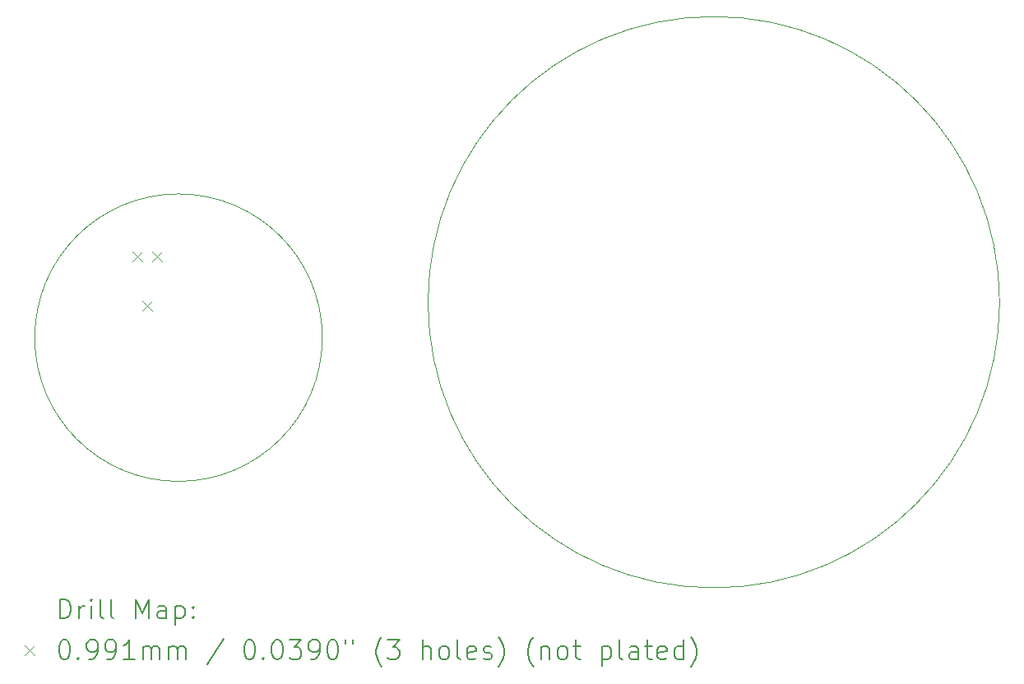
<source format=gbr>
%TF.GenerationSoftware,KiCad,Pcbnew,8.0.6*%
%TF.CreationDate,2025-05-06T14:55:28+02:00*%
%TF.ProjectId,Panelized,50616e65-6c69-47a6-9564-2e6b69636164,rev?*%
%TF.SameCoordinates,Original*%
%TF.FileFunction,Drillmap*%
%TF.FilePolarity,Positive*%
%FSLAX45Y45*%
G04 Gerber Fmt 4.5, Leading zero omitted, Abs format (unit mm)*
G04 Created by KiCad (PCBNEW 8.0.6) date 2025-05-06 14:55:28*
%MOMM*%
%LPD*%
G01*
G04 APERTURE LIST*
%ADD10C,0.050000*%
%ADD11C,0.100000*%
%ADD12C,0.200000*%
G04 APERTURE END LIST*
D10*
X11545750Y-10027250D02*
G75*
G02*
X8585750Y-10027250I-1480000J0D01*
G01*
X8585750Y-10027250D02*
G75*
G02*
X11545750Y-10027250I1480000J0D01*
G01*
D11*
X18517674Y-9662171D02*
G75*
G02*
X12634435Y-9662171I-2941619J0D01*
G01*
X12634435Y-9662171D02*
G75*
G02*
X18517674Y-9662171I2941619J0D01*
G01*
D12*
D11*
X9591370Y-9143970D02*
X9690430Y-9243030D01*
X9690430Y-9143970D02*
X9591370Y-9243030D01*
X9692970Y-9651970D02*
X9792030Y-9751030D01*
X9792030Y-9651970D02*
X9692970Y-9751030D01*
X9794570Y-9143970D02*
X9893630Y-9243030D01*
X9893630Y-9143970D02*
X9794570Y-9243030D01*
D12*
X8844027Y-12920274D02*
X8844027Y-12720274D01*
X8844027Y-12720274D02*
X8891646Y-12720274D01*
X8891646Y-12720274D02*
X8920218Y-12729798D01*
X8920218Y-12729798D02*
X8939265Y-12748845D01*
X8939265Y-12748845D02*
X8948789Y-12767893D01*
X8948789Y-12767893D02*
X8958313Y-12805988D01*
X8958313Y-12805988D02*
X8958313Y-12834559D01*
X8958313Y-12834559D02*
X8948789Y-12872655D01*
X8948789Y-12872655D02*
X8939265Y-12891702D01*
X8939265Y-12891702D02*
X8920218Y-12910750D01*
X8920218Y-12910750D02*
X8891646Y-12920274D01*
X8891646Y-12920274D02*
X8844027Y-12920274D01*
X9044027Y-12920274D02*
X9044027Y-12786940D01*
X9044027Y-12825036D02*
X9053551Y-12805988D01*
X9053551Y-12805988D02*
X9063075Y-12796464D01*
X9063075Y-12796464D02*
X9082122Y-12786940D01*
X9082122Y-12786940D02*
X9101170Y-12786940D01*
X9167837Y-12920274D02*
X9167837Y-12786940D01*
X9167837Y-12720274D02*
X9158313Y-12729798D01*
X9158313Y-12729798D02*
X9167837Y-12739321D01*
X9167837Y-12739321D02*
X9177360Y-12729798D01*
X9177360Y-12729798D02*
X9167837Y-12720274D01*
X9167837Y-12720274D02*
X9167837Y-12739321D01*
X9291646Y-12920274D02*
X9272598Y-12910750D01*
X9272598Y-12910750D02*
X9263075Y-12891702D01*
X9263075Y-12891702D02*
X9263075Y-12720274D01*
X9396408Y-12920274D02*
X9377360Y-12910750D01*
X9377360Y-12910750D02*
X9367837Y-12891702D01*
X9367837Y-12891702D02*
X9367837Y-12720274D01*
X9624979Y-12920274D02*
X9624979Y-12720274D01*
X9624979Y-12720274D02*
X9691646Y-12863131D01*
X9691646Y-12863131D02*
X9758313Y-12720274D01*
X9758313Y-12720274D02*
X9758313Y-12920274D01*
X9939265Y-12920274D02*
X9939265Y-12815512D01*
X9939265Y-12815512D02*
X9929741Y-12796464D01*
X9929741Y-12796464D02*
X9910694Y-12786940D01*
X9910694Y-12786940D02*
X9872598Y-12786940D01*
X9872598Y-12786940D02*
X9853551Y-12796464D01*
X9939265Y-12910750D02*
X9920218Y-12920274D01*
X9920218Y-12920274D02*
X9872598Y-12920274D01*
X9872598Y-12920274D02*
X9853551Y-12910750D01*
X9853551Y-12910750D02*
X9844027Y-12891702D01*
X9844027Y-12891702D02*
X9844027Y-12872655D01*
X9844027Y-12872655D02*
X9853551Y-12853607D01*
X9853551Y-12853607D02*
X9872598Y-12844083D01*
X9872598Y-12844083D02*
X9920218Y-12844083D01*
X9920218Y-12844083D02*
X9939265Y-12834559D01*
X10034503Y-12786940D02*
X10034503Y-12986940D01*
X10034503Y-12796464D02*
X10053551Y-12786940D01*
X10053551Y-12786940D02*
X10091646Y-12786940D01*
X10091646Y-12786940D02*
X10110694Y-12796464D01*
X10110694Y-12796464D02*
X10120218Y-12805988D01*
X10120218Y-12805988D02*
X10129741Y-12825036D01*
X10129741Y-12825036D02*
X10129741Y-12882178D01*
X10129741Y-12882178D02*
X10120218Y-12901226D01*
X10120218Y-12901226D02*
X10110694Y-12910750D01*
X10110694Y-12910750D02*
X10091646Y-12920274D01*
X10091646Y-12920274D02*
X10053551Y-12920274D01*
X10053551Y-12920274D02*
X10034503Y-12910750D01*
X10215456Y-12901226D02*
X10224979Y-12910750D01*
X10224979Y-12910750D02*
X10215456Y-12920274D01*
X10215456Y-12920274D02*
X10205932Y-12910750D01*
X10205932Y-12910750D02*
X10215456Y-12901226D01*
X10215456Y-12901226D02*
X10215456Y-12920274D01*
X10215456Y-12796464D02*
X10224979Y-12805988D01*
X10224979Y-12805988D02*
X10215456Y-12815512D01*
X10215456Y-12815512D02*
X10205932Y-12805988D01*
X10205932Y-12805988D02*
X10215456Y-12796464D01*
X10215456Y-12796464D02*
X10215456Y-12815512D01*
D11*
X8484190Y-13199260D02*
X8583250Y-13298320D01*
X8583250Y-13199260D02*
X8484190Y-13298320D01*
D12*
X8882122Y-13140274D02*
X8901170Y-13140274D01*
X8901170Y-13140274D02*
X8920218Y-13149798D01*
X8920218Y-13149798D02*
X8929741Y-13159321D01*
X8929741Y-13159321D02*
X8939265Y-13178369D01*
X8939265Y-13178369D02*
X8948789Y-13216464D01*
X8948789Y-13216464D02*
X8948789Y-13264083D01*
X8948789Y-13264083D02*
X8939265Y-13302178D01*
X8939265Y-13302178D02*
X8929741Y-13321226D01*
X8929741Y-13321226D02*
X8920218Y-13330750D01*
X8920218Y-13330750D02*
X8901170Y-13340274D01*
X8901170Y-13340274D02*
X8882122Y-13340274D01*
X8882122Y-13340274D02*
X8863075Y-13330750D01*
X8863075Y-13330750D02*
X8853551Y-13321226D01*
X8853551Y-13321226D02*
X8844027Y-13302178D01*
X8844027Y-13302178D02*
X8834503Y-13264083D01*
X8834503Y-13264083D02*
X8834503Y-13216464D01*
X8834503Y-13216464D02*
X8844027Y-13178369D01*
X8844027Y-13178369D02*
X8853551Y-13159321D01*
X8853551Y-13159321D02*
X8863075Y-13149798D01*
X8863075Y-13149798D02*
X8882122Y-13140274D01*
X9034503Y-13321226D02*
X9044027Y-13330750D01*
X9044027Y-13330750D02*
X9034503Y-13340274D01*
X9034503Y-13340274D02*
X9024979Y-13330750D01*
X9024979Y-13330750D02*
X9034503Y-13321226D01*
X9034503Y-13321226D02*
X9034503Y-13340274D01*
X9139265Y-13340274D02*
X9177360Y-13340274D01*
X9177360Y-13340274D02*
X9196408Y-13330750D01*
X9196408Y-13330750D02*
X9205932Y-13321226D01*
X9205932Y-13321226D02*
X9224979Y-13292655D01*
X9224979Y-13292655D02*
X9234503Y-13254559D01*
X9234503Y-13254559D02*
X9234503Y-13178369D01*
X9234503Y-13178369D02*
X9224979Y-13159321D01*
X9224979Y-13159321D02*
X9215456Y-13149798D01*
X9215456Y-13149798D02*
X9196408Y-13140274D01*
X9196408Y-13140274D02*
X9158313Y-13140274D01*
X9158313Y-13140274D02*
X9139265Y-13149798D01*
X9139265Y-13149798D02*
X9129741Y-13159321D01*
X9129741Y-13159321D02*
X9120218Y-13178369D01*
X9120218Y-13178369D02*
X9120218Y-13225988D01*
X9120218Y-13225988D02*
X9129741Y-13245036D01*
X9129741Y-13245036D02*
X9139265Y-13254559D01*
X9139265Y-13254559D02*
X9158313Y-13264083D01*
X9158313Y-13264083D02*
X9196408Y-13264083D01*
X9196408Y-13264083D02*
X9215456Y-13254559D01*
X9215456Y-13254559D02*
X9224979Y-13245036D01*
X9224979Y-13245036D02*
X9234503Y-13225988D01*
X9329741Y-13340274D02*
X9367837Y-13340274D01*
X9367837Y-13340274D02*
X9386884Y-13330750D01*
X9386884Y-13330750D02*
X9396408Y-13321226D01*
X9396408Y-13321226D02*
X9415456Y-13292655D01*
X9415456Y-13292655D02*
X9424979Y-13254559D01*
X9424979Y-13254559D02*
X9424979Y-13178369D01*
X9424979Y-13178369D02*
X9415456Y-13159321D01*
X9415456Y-13159321D02*
X9405932Y-13149798D01*
X9405932Y-13149798D02*
X9386884Y-13140274D01*
X9386884Y-13140274D02*
X9348789Y-13140274D01*
X9348789Y-13140274D02*
X9329741Y-13149798D01*
X9329741Y-13149798D02*
X9320218Y-13159321D01*
X9320218Y-13159321D02*
X9310694Y-13178369D01*
X9310694Y-13178369D02*
X9310694Y-13225988D01*
X9310694Y-13225988D02*
X9320218Y-13245036D01*
X9320218Y-13245036D02*
X9329741Y-13254559D01*
X9329741Y-13254559D02*
X9348789Y-13264083D01*
X9348789Y-13264083D02*
X9386884Y-13264083D01*
X9386884Y-13264083D02*
X9405932Y-13254559D01*
X9405932Y-13254559D02*
X9415456Y-13245036D01*
X9415456Y-13245036D02*
X9424979Y-13225988D01*
X9615456Y-13340274D02*
X9501170Y-13340274D01*
X9558313Y-13340274D02*
X9558313Y-13140274D01*
X9558313Y-13140274D02*
X9539265Y-13168845D01*
X9539265Y-13168845D02*
X9520218Y-13187893D01*
X9520218Y-13187893D02*
X9501170Y-13197417D01*
X9701170Y-13340274D02*
X9701170Y-13206940D01*
X9701170Y-13225988D02*
X9710694Y-13216464D01*
X9710694Y-13216464D02*
X9729741Y-13206940D01*
X9729741Y-13206940D02*
X9758313Y-13206940D01*
X9758313Y-13206940D02*
X9777360Y-13216464D01*
X9777360Y-13216464D02*
X9786884Y-13235512D01*
X9786884Y-13235512D02*
X9786884Y-13340274D01*
X9786884Y-13235512D02*
X9796408Y-13216464D01*
X9796408Y-13216464D02*
X9815456Y-13206940D01*
X9815456Y-13206940D02*
X9844027Y-13206940D01*
X9844027Y-13206940D02*
X9863075Y-13216464D01*
X9863075Y-13216464D02*
X9872599Y-13235512D01*
X9872599Y-13235512D02*
X9872599Y-13340274D01*
X9967837Y-13340274D02*
X9967837Y-13206940D01*
X9967837Y-13225988D02*
X9977360Y-13216464D01*
X9977360Y-13216464D02*
X9996408Y-13206940D01*
X9996408Y-13206940D02*
X10024980Y-13206940D01*
X10024980Y-13206940D02*
X10044027Y-13216464D01*
X10044027Y-13216464D02*
X10053551Y-13235512D01*
X10053551Y-13235512D02*
X10053551Y-13340274D01*
X10053551Y-13235512D02*
X10063075Y-13216464D01*
X10063075Y-13216464D02*
X10082122Y-13206940D01*
X10082122Y-13206940D02*
X10110694Y-13206940D01*
X10110694Y-13206940D02*
X10129741Y-13216464D01*
X10129741Y-13216464D02*
X10139265Y-13235512D01*
X10139265Y-13235512D02*
X10139265Y-13340274D01*
X10529741Y-13130750D02*
X10358313Y-13387893D01*
X10786884Y-13140274D02*
X10805932Y-13140274D01*
X10805932Y-13140274D02*
X10824980Y-13149798D01*
X10824980Y-13149798D02*
X10834503Y-13159321D01*
X10834503Y-13159321D02*
X10844027Y-13178369D01*
X10844027Y-13178369D02*
X10853551Y-13216464D01*
X10853551Y-13216464D02*
X10853551Y-13264083D01*
X10853551Y-13264083D02*
X10844027Y-13302178D01*
X10844027Y-13302178D02*
X10834503Y-13321226D01*
X10834503Y-13321226D02*
X10824980Y-13330750D01*
X10824980Y-13330750D02*
X10805932Y-13340274D01*
X10805932Y-13340274D02*
X10786884Y-13340274D01*
X10786884Y-13340274D02*
X10767837Y-13330750D01*
X10767837Y-13330750D02*
X10758313Y-13321226D01*
X10758313Y-13321226D02*
X10748789Y-13302178D01*
X10748789Y-13302178D02*
X10739265Y-13264083D01*
X10739265Y-13264083D02*
X10739265Y-13216464D01*
X10739265Y-13216464D02*
X10748789Y-13178369D01*
X10748789Y-13178369D02*
X10758313Y-13159321D01*
X10758313Y-13159321D02*
X10767837Y-13149798D01*
X10767837Y-13149798D02*
X10786884Y-13140274D01*
X10939265Y-13321226D02*
X10948789Y-13330750D01*
X10948789Y-13330750D02*
X10939265Y-13340274D01*
X10939265Y-13340274D02*
X10929742Y-13330750D01*
X10929742Y-13330750D02*
X10939265Y-13321226D01*
X10939265Y-13321226D02*
X10939265Y-13340274D01*
X11072599Y-13140274D02*
X11091646Y-13140274D01*
X11091646Y-13140274D02*
X11110694Y-13149798D01*
X11110694Y-13149798D02*
X11120218Y-13159321D01*
X11120218Y-13159321D02*
X11129742Y-13178369D01*
X11129742Y-13178369D02*
X11139265Y-13216464D01*
X11139265Y-13216464D02*
X11139265Y-13264083D01*
X11139265Y-13264083D02*
X11129742Y-13302178D01*
X11129742Y-13302178D02*
X11120218Y-13321226D01*
X11120218Y-13321226D02*
X11110694Y-13330750D01*
X11110694Y-13330750D02*
X11091646Y-13340274D01*
X11091646Y-13340274D02*
X11072599Y-13340274D01*
X11072599Y-13340274D02*
X11053551Y-13330750D01*
X11053551Y-13330750D02*
X11044027Y-13321226D01*
X11044027Y-13321226D02*
X11034503Y-13302178D01*
X11034503Y-13302178D02*
X11024980Y-13264083D01*
X11024980Y-13264083D02*
X11024980Y-13216464D01*
X11024980Y-13216464D02*
X11034503Y-13178369D01*
X11034503Y-13178369D02*
X11044027Y-13159321D01*
X11044027Y-13159321D02*
X11053551Y-13149798D01*
X11053551Y-13149798D02*
X11072599Y-13140274D01*
X11205932Y-13140274D02*
X11329741Y-13140274D01*
X11329741Y-13140274D02*
X11263075Y-13216464D01*
X11263075Y-13216464D02*
X11291646Y-13216464D01*
X11291646Y-13216464D02*
X11310694Y-13225988D01*
X11310694Y-13225988D02*
X11320218Y-13235512D01*
X11320218Y-13235512D02*
X11329741Y-13254559D01*
X11329741Y-13254559D02*
X11329741Y-13302178D01*
X11329741Y-13302178D02*
X11320218Y-13321226D01*
X11320218Y-13321226D02*
X11310694Y-13330750D01*
X11310694Y-13330750D02*
X11291646Y-13340274D01*
X11291646Y-13340274D02*
X11234503Y-13340274D01*
X11234503Y-13340274D02*
X11215456Y-13330750D01*
X11215456Y-13330750D02*
X11205932Y-13321226D01*
X11424980Y-13340274D02*
X11463075Y-13340274D01*
X11463075Y-13340274D02*
X11482122Y-13330750D01*
X11482122Y-13330750D02*
X11491646Y-13321226D01*
X11491646Y-13321226D02*
X11510694Y-13292655D01*
X11510694Y-13292655D02*
X11520218Y-13254559D01*
X11520218Y-13254559D02*
X11520218Y-13178369D01*
X11520218Y-13178369D02*
X11510694Y-13159321D01*
X11510694Y-13159321D02*
X11501170Y-13149798D01*
X11501170Y-13149798D02*
X11482122Y-13140274D01*
X11482122Y-13140274D02*
X11444027Y-13140274D01*
X11444027Y-13140274D02*
X11424980Y-13149798D01*
X11424980Y-13149798D02*
X11415456Y-13159321D01*
X11415456Y-13159321D02*
X11405932Y-13178369D01*
X11405932Y-13178369D02*
X11405932Y-13225988D01*
X11405932Y-13225988D02*
X11415456Y-13245036D01*
X11415456Y-13245036D02*
X11424980Y-13254559D01*
X11424980Y-13254559D02*
X11444027Y-13264083D01*
X11444027Y-13264083D02*
X11482122Y-13264083D01*
X11482122Y-13264083D02*
X11501170Y-13254559D01*
X11501170Y-13254559D02*
X11510694Y-13245036D01*
X11510694Y-13245036D02*
X11520218Y-13225988D01*
X11644027Y-13140274D02*
X11663075Y-13140274D01*
X11663075Y-13140274D02*
X11682122Y-13149798D01*
X11682122Y-13149798D02*
X11691646Y-13159321D01*
X11691646Y-13159321D02*
X11701170Y-13178369D01*
X11701170Y-13178369D02*
X11710694Y-13216464D01*
X11710694Y-13216464D02*
X11710694Y-13264083D01*
X11710694Y-13264083D02*
X11701170Y-13302178D01*
X11701170Y-13302178D02*
X11691646Y-13321226D01*
X11691646Y-13321226D02*
X11682122Y-13330750D01*
X11682122Y-13330750D02*
X11663075Y-13340274D01*
X11663075Y-13340274D02*
X11644027Y-13340274D01*
X11644027Y-13340274D02*
X11624980Y-13330750D01*
X11624980Y-13330750D02*
X11615456Y-13321226D01*
X11615456Y-13321226D02*
X11605932Y-13302178D01*
X11605932Y-13302178D02*
X11596408Y-13264083D01*
X11596408Y-13264083D02*
X11596408Y-13216464D01*
X11596408Y-13216464D02*
X11605932Y-13178369D01*
X11605932Y-13178369D02*
X11615456Y-13159321D01*
X11615456Y-13159321D02*
X11624980Y-13149798D01*
X11624980Y-13149798D02*
X11644027Y-13140274D01*
X11786884Y-13140274D02*
X11786884Y-13178369D01*
X11863075Y-13140274D02*
X11863075Y-13178369D01*
X12158313Y-13416464D02*
X12148789Y-13406940D01*
X12148789Y-13406940D02*
X12129742Y-13378369D01*
X12129742Y-13378369D02*
X12120218Y-13359321D01*
X12120218Y-13359321D02*
X12110694Y-13330750D01*
X12110694Y-13330750D02*
X12101170Y-13283131D01*
X12101170Y-13283131D02*
X12101170Y-13245036D01*
X12101170Y-13245036D02*
X12110694Y-13197417D01*
X12110694Y-13197417D02*
X12120218Y-13168845D01*
X12120218Y-13168845D02*
X12129742Y-13149798D01*
X12129742Y-13149798D02*
X12148789Y-13121226D01*
X12148789Y-13121226D02*
X12158313Y-13111702D01*
X12215456Y-13140274D02*
X12339265Y-13140274D01*
X12339265Y-13140274D02*
X12272599Y-13216464D01*
X12272599Y-13216464D02*
X12301170Y-13216464D01*
X12301170Y-13216464D02*
X12320218Y-13225988D01*
X12320218Y-13225988D02*
X12329742Y-13235512D01*
X12329742Y-13235512D02*
X12339265Y-13254559D01*
X12339265Y-13254559D02*
X12339265Y-13302178D01*
X12339265Y-13302178D02*
X12329742Y-13321226D01*
X12329742Y-13321226D02*
X12320218Y-13330750D01*
X12320218Y-13330750D02*
X12301170Y-13340274D01*
X12301170Y-13340274D02*
X12244027Y-13340274D01*
X12244027Y-13340274D02*
X12224980Y-13330750D01*
X12224980Y-13330750D02*
X12215456Y-13321226D01*
X12577361Y-13340274D02*
X12577361Y-13140274D01*
X12663075Y-13340274D02*
X12663075Y-13235512D01*
X12663075Y-13235512D02*
X12653551Y-13216464D01*
X12653551Y-13216464D02*
X12634504Y-13206940D01*
X12634504Y-13206940D02*
X12605932Y-13206940D01*
X12605932Y-13206940D02*
X12586884Y-13216464D01*
X12586884Y-13216464D02*
X12577361Y-13225988D01*
X12786884Y-13340274D02*
X12767837Y-13330750D01*
X12767837Y-13330750D02*
X12758313Y-13321226D01*
X12758313Y-13321226D02*
X12748789Y-13302178D01*
X12748789Y-13302178D02*
X12748789Y-13245036D01*
X12748789Y-13245036D02*
X12758313Y-13225988D01*
X12758313Y-13225988D02*
X12767837Y-13216464D01*
X12767837Y-13216464D02*
X12786884Y-13206940D01*
X12786884Y-13206940D02*
X12815456Y-13206940D01*
X12815456Y-13206940D02*
X12834504Y-13216464D01*
X12834504Y-13216464D02*
X12844027Y-13225988D01*
X12844027Y-13225988D02*
X12853551Y-13245036D01*
X12853551Y-13245036D02*
X12853551Y-13302178D01*
X12853551Y-13302178D02*
X12844027Y-13321226D01*
X12844027Y-13321226D02*
X12834504Y-13330750D01*
X12834504Y-13330750D02*
X12815456Y-13340274D01*
X12815456Y-13340274D02*
X12786884Y-13340274D01*
X12967837Y-13340274D02*
X12948789Y-13330750D01*
X12948789Y-13330750D02*
X12939265Y-13311702D01*
X12939265Y-13311702D02*
X12939265Y-13140274D01*
X13120218Y-13330750D02*
X13101170Y-13340274D01*
X13101170Y-13340274D02*
X13063075Y-13340274D01*
X13063075Y-13340274D02*
X13044027Y-13330750D01*
X13044027Y-13330750D02*
X13034504Y-13311702D01*
X13034504Y-13311702D02*
X13034504Y-13235512D01*
X13034504Y-13235512D02*
X13044027Y-13216464D01*
X13044027Y-13216464D02*
X13063075Y-13206940D01*
X13063075Y-13206940D02*
X13101170Y-13206940D01*
X13101170Y-13206940D02*
X13120218Y-13216464D01*
X13120218Y-13216464D02*
X13129742Y-13235512D01*
X13129742Y-13235512D02*
X13129742Y-13254559D01*
X13129742Y-13254559D02*
X13034504Y-13273607D01*
X13205932Y-13330750D02*
X13224980Y-13340274D01*
X13224980Y-13340274D02*
X13263075Y-13340274D01*
X13263075Y-13340274D02*
X13282123Y-13330750D01*
X13282123Y-13330750D02*
X13291646Y-13311702D01*
X13291646Y-13311702D02*
X13291646Y-13302178D01*
X13291646Y-13302178D02*
X13282123Y-13283131D01*
X13282123Y-13283131D02*
X13263075Y-13273607D01*
X13263075Y-13273607D02*
X13234504Y-13273607D01*
X13234504Y-13273607D02*
X13215456Y-13264083D01*
X13215456Y-13264083D02*
X13205932Y-13245036D01*
X13205932Y-13245036D02*
X13205932Y-13235512D01*
X13205932Y-13235512D02*
X13215456Y-13216464D01*
X13215456Y-13216464D02*
X13234504Y-13206940D01*
X13234504Y-13206940D02*
X13263075Y-13206940D01*
X13263075Y-13206940D02*
X13282123Y-13216464D01*
X13358313Y-13416464D02*
X13367837Y-13406940D01*
X13367837Y-13406940D02*
X13386885Y-13378369D01*
X13386885Y-13378369D02*
X13396408Y-13359321D01*
X13396408Y-13359321D02*
X13405932Y-13330750D01*
X13405932Y-13330750D02*
X13415456Y-13283131D01*
X13415456Y-13283131D02*
X13415456Y-13245036D01*
X13415456Y-13245036D02*
X13405932Y-13197417D01*
X13405932Y-13197417D02*
X13396408Y-13168845D01*
X13396408Y-13168845D02*
X13386885Y-13149798D01*
X13386885Y-13149798D02*
X13367837Y-13121226D01*
X13367837Y-13121226D02*
X13358313Y-13111702D01*
X13720218Y-13416464D02*
X13710694Y-13406940D01*
X13710694Y-13406940D02*
X13691646Y-13378369D01*
X13691646Y-13378369D02*
X13682123Y-13359321D01*
X13682123Y-13359321D02*
X13672599Y-13330750D01*
X13672599Y-13330750D02*
X13663075Y-13283131D01*
X13663075Y-13283131D02*
X13663075Y-13245036D01*
X13663075Y-13245036D02*
X13672599Y-13197417D01*
X13672599Y-13197417D02*
X13682123Y-13168845D01*
X13682123Y-13168845D02*
X13691646Y-13149798D01*
X13691646Y-13149798D02*
X13710694Y-13121226D01*
X13710694Y-13121226D02*
X13720218Y-13111702D01*
X13796408Y-13206940D02*
X13796408Y-13340274D01*
X13796408Y-13225988D02*
X13805932Y-13216464D01*
X13805932Y-13216464D02*
X13824980Y-13206940D01*
X13824980Y-13206940D02*
X13853551Y-13206940D01*
X13853551Y-13206940D02*
X13872599Y-13216464D01*
X13872599Y-13216464D02*
X13882123Y-13235512D01*
X13882123Y-13235512D02*
X13882123Y-13340274D01*
X14005932Y-13340274D02*
X13986885Y-13330750D01*
X13986885Y-13330750D02*
X13977361Y-13321226D01*
X13977361Y-13321226D02*
X13967837Y-13302178D01*
X13967837Y-13302178D02*
X13967837Y-13245036D01*
X13967837Y-13245036D02*
X13977361Y-13225988D01*
X13977361Y-13225988D02*
X13986885Y-13216464D01*
X13986885Y-13216464D02*
X14005932Y-13206940D01*
X14005932Y-13206940D02*
X14034504Y-13206940D01*
X14034504Y-13206940D02*
X14053551Y-13216464D01*
X14053551Y-13216464D02*
X14063075Y-13225988D01*
X14063075Y-13225988D02*
X14072599Y-13245036D01*
X14072599Y-13245036D02*
X14072599Y-13302178D01*
X14072599Y-13302178D02*
X14063075Y-13321226D01*
X14063075Y-13321226D02*
X14053551Y-13330750D01*
X14053551Y-13330750D02*
X14034504Y-13340274D01*
X14034504Y-13340274D02*
X14005932Y-13340274D01*
X14129742Y-13206940D02*
X14205932Y-13206940D01*
X14158313Y-13140274D02*
X14158313Y-13311702D01*
X14158313Y-13311702D02*
X14167837Y-13330750D01*
X14167837Y-13330750D02*
X14186885Y-13340274D01*
X14186885Y-13340274D02*
X14205932Y-13340274D01*
X14424980Y-13206940D02*
X14424980Y-13406940D01*
X14424980Y-13216464D02*
X14444027Y-13206940D01*
X14444027Y-13206940D02*
X14482123Y-13206940D01*
X14482123Y-13206940D02*
X14501170Y-13216464D01*
X14501170Y-13216464D02*
X14510694Y-13225988D01*
X14510694Y-13225988D02*
X14520218Y-13245036D01*
X14520218Y-13245036D02*
X14520218Y-13302178D01*
X14520218Y-13302178D02*
X14510694Y-13321226D01*
X14510694Y-13321226D02*
X14501170Y-13330750D01*
X14501170Y-13330750D02*
X14482123Y-13340274D01*
X14482123Y-13340274D02*
X14444027Y-13340274D01*
X14444027Y-13340274D02*
X14424980Y-13330750D01*
X14634504Y-13340274D02*
X14615456Y-13330750D01*
X14615456Y-13330750D02*
X14605932Y-13311702D01*
X14605932Y-13311702D02*
X14605932Y-13140274D01*
X14796408Y-13340274D02*
X14796408Y-13235512D01*
X14796408Y-13235512D02*
X14786885Y-13216464D01*
X14786885Y-13216464D02*
X14767837Y-13206940D01*
X14767837Y-13206940D02*
X14729742Y-13206940D01*
X14729742Y-13206940D02*
X14710694Y-13216464D01*
X14796408Y-13330750D02*
X14777361Y-13340274D01*
X14777361Y-13340274D02*
X14729742Y-13340274D01*
X14729742Y-13340274D02*
X14710694Y-13330750D01*
X14710694Y-13330750D02*
X14701170Y-13311702D01*
X14701170Y-13311702D02*
X14701170Y-13292655D01*
X14701170Y-13292655D02*
X14710694Y-13273607D01*
X14710694Y-13273607D02*
X14729742Y-13264083D01*
X14729742Y-13264083D02*
X14777361Y-13264083D01*
X14777361Y-13264083D02*
X14796408Y-13254559D01*
X14863075Y-13206940D02*
X14939266Y-13206940D01*
X14891647Y-13140274D02*
X14891647Y-13311702D01*
X14891647Y-13311702D02*
X14901170Y-13330750D01*
X14901170Y-13330750D02*
X14920218Y-13340274D01*
X14920218Y-13340274D02*
X14939266Y-13340274D01*
X15082123Y-13330750D02*
X15063075Y-13340274D01*
X15063075Y-13340274D02*
X15024980Y-13340274D01*
X15024980Y-13340274D02*
X15005932Y-13330750D01*
X15005932Y-13330750D02*
X14996408Y-13311702D01*
X14996408Y-13311702D02*
X14996408Y-13235512D01*
X14996408Y-13235512D02*
X15005932Y-13216464D01*
X15005932Y-13216464D02*
X15024980Y-13206940D01*
X15024980Y-13206940D02*
X15063075Y-13206940D01*
X15063075Y-13206940D02*
X15082123Y-13216464D01*
X15082123Y-13216464D02*
X15091647Y-13235512D01*
X15091647Y-13235512D02*
X15091647Y-13254559D01*
X15091647Y-13254559D02*
X14996408Y-13273607D01*
X15263075Y-13340274D02*
X15263075Y-13140274D01*
X15263075Y-13330750D02*
X15244028Y-13340274D01*
X15244028Y-13340274D02*
X15205932Y-13340274D01*
X15205932Y-13340274D02*
X15186885Y-13330750D01*
X15186885Y-13330750D02*
X15177361Y-13321226D01*
X15177361Y-13321226D02*
X15167837Y-13302178D01*
X15167837Y-13302178D02*
X15167837Y-13245036D01*
X15167837Y-13245036D02*
X15177361Y-13225988D01*
X15177361Y-13225988D02*
X15186885Y-13216464D01*
X15186885Y-13216464D02*
X15205932Y-13206940D01*
X15205932Y-13206940D02*
X15244028Y-13206940D01*
X15244028Y-13206940D02*
X15263075Y-13216464D01*
X15339266Y-13416464D02*
X15348789Y-13406940D01*
X15348789Y-13406940D02*
X15367837Y-13378369D01*
X15367837Y-13378369D02*
X15377361Y-13359321D01*
X15377361Y-13359321D02*
X15386885Y-13330750D01*
X15386885Y-13330750D02*
X15396408Y-13283131D01*
X15396408Y-13283131D02*
X15396408Y-13245036D01*
X15396408Y-13245036D02*
X15386885Y-13197417D01*
X15386885Y-13197417D02*
X15377361Y-13168845D01*
X15377361Y-13168845D02*
X15367837Y-13149798D01*
X15367837Y-13149798D02*
X15348789Y-13121226D01*
X15348789Y-13121226D02*
X15339266Y-13111702D01*
M02*

</source>
